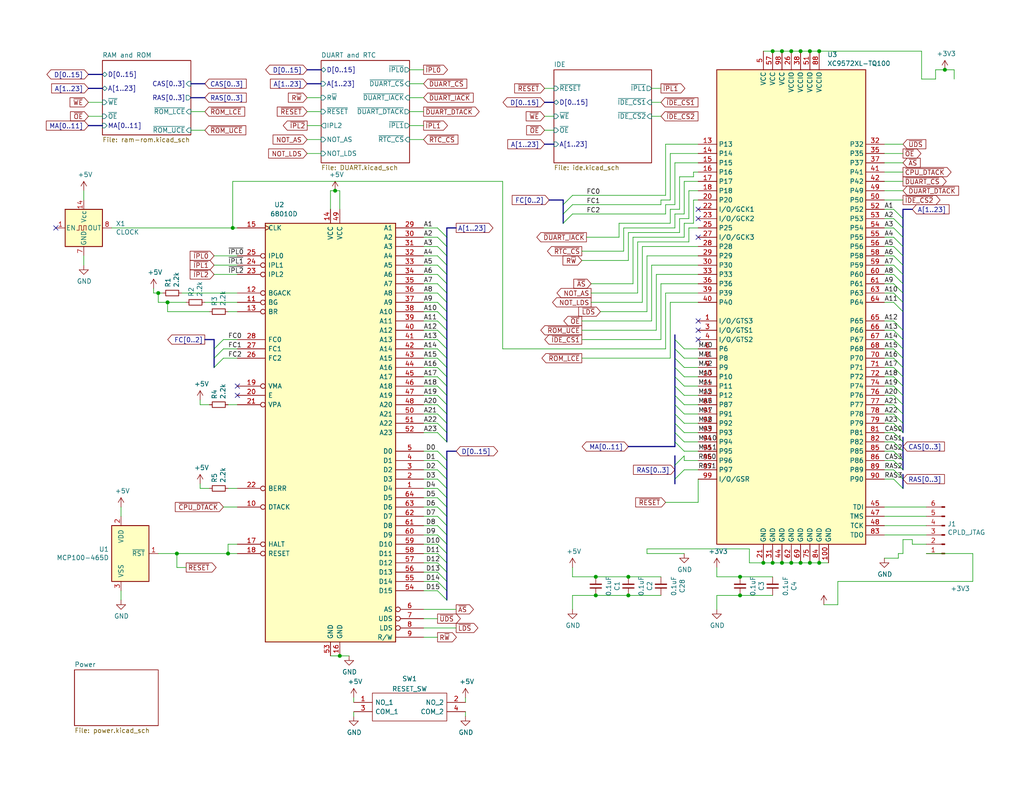
<source format=kicad_sch>
(kicad_sch (version 20231120) (generator "eeschema") (generator_version "8.0")
  (paper "USLetter")
  (title_block (title "The Raven68k Experience") (date "2023-10-31") (rev "Rev 2.0") (company "Jani Kuituniemi and Chris Cureau"))
  (junction (at 162.56 162.56))
  (junction (at 162.56 157.48))
  (junction (at 215.9 153.67))
  (junction (at 218.44 13.97))
  (junction (at 210.82 13.97))
  (junction (at 62.23 151.13))
  (junction (at 213.36 153.67))
  (junction (at 43.18 80.01))
  (junction (at 215.9 13.97))
  (junction (at 213.36 13.97))
  (junction (at 220.98 13.97))
  (junction (at 63.5 62.23))
  (junction (at 218.44 153.67))
  (junction (at 171.45 162.56))
  (junction (at 220.98 153.67))
  (junction (at 210.82 153.67))
  (junction (at 208.28 153.67))
  (junction (at 171.45 157.48))
  (junction (at 223.52 13.97))
  (junction (at 201.93 157.48))
  (junction (at 91.44 52.07))
  (junction (at 201.93 162.56))
  (junction (at 223.52 153.67))
  (junction (at 92.71 179.07))
  (junction (at 48.26 151.13))
  (junction (at 45.72 82.55))
  (junction (at 257.81 19.05))
  (no_connect (at 190.5 90.17))
  (no_connect (at 190.5 92.71))
  (no_connect (at 64.77 105.41))
  (no_connect (at 15.24 62.23))
  (no_connect (at 190.5 59.69))
  (no_connect (at 190.5 87.63))
  (no_connect (at 190.5 57.15))
  (no_connect (at 190.5 64.77))
  (no_connect (at 64.77 107.95))
  (bus_entry (at 246.38 64.77) (size -2.54 -2.54))
  (bus_entry (at 246.38 115.57) (size -2.54 -2.54))
  (bus_entry (at 119.38 105.41) (size 2.54 2.54))
  (bus_entry (at 246.38 85.09) (size -2.54 -2.54))
  (bus_entry (at 119.38 82.55) (size 2.54 2.54))
  (bus_entry (at 119.38 110.49) (size 2.54 2.54))
  (bus_entry (at 119.38 80.01) (size 2.54 2.54))
  (bus_entry (at 246.38 62.23) (size -2.54 -2.54))
  (bus_entry (at 246.38 67.31) (size -2.54 -2.54))
  (bus_entry (at 184.15 100.33) (size 2.54 2.54))
  (bus_entry (at 184.15 92.71) (size 2.54 2.54))
  (bus_entry (at 119.38 74.93) (size 2.54 2.54))
  (bus_entry (at 119.38 113.03) (size 2.54 2.54))
  (bus_entry (at 119.38 143.51) (size 2.54 2.54))
  (bus_entry (at 119.38 118.11) (size 2.54 2.54))
  (bus_entry (at 119.38 85.09) (size 2.54 2.54))
  (bus_entry (at 184.15 130.81) (size 2.54 -2.54))
  (bus_entry (at 119.38 148.59) (size 2.54 2.54))
  (bus_entry (at 119.38 153.67) (size 2.54 2.54))
  (bus_entry (at 119.38 92.71) (size 2.54 2.54))
  (bus_entry (at 119.38 97.79) (size 2.54 2.54))
  (bus_entry (at 119.38 130.81) (size 2.54 2.54))
  (bus_entry (at 246.38 82.55) (size -2.54 -2.54))
  (bus_entry (at 156.21 53.34) (size -2.54 2.54))
  (bus_entry (at 184.15 115.57) (size 2.54 2.54))
  (bus_entry (at 119.38 62.23) (size 2.54 2.54))
  (bus_entry (at 119.38 115.57) (size 2.54 2.54))
  (bus_entry (at 119.38 135.89) (size 2.54 2.54))
  (bus_entry (at 156.21 55.88) (size -2.54 2.54))
  (bus_entry (at 184.15 120.65) (size 2.54 2.54))
  (bus_entry (at 119.38 125.73) (size 2.54 2.54))
  (bus_entry (at 246.38 90.17) (size -2.54 -2.54))
  (bus_entry (at 246.38 113.03) (size -2.54 -2.54))
  (bus_entry (at 184.15 127) (size 2.54 -2.54))
  (bus_entry (at 119.38 90.17) (size 2.54 2.54))
  (bus_entry (at 246.38 130.81) (size -2.54 -2.54))
  (bus_entry (at 119.38 146.05) (size 2.54 2.54))
  (bus_entry (at 119.38 107.95) (size 2.54 2.54))
  (bus_entry (at 246.38 100.33) (size -2.54 -2.54))
  (bus_entry (at 246.38 59.69) (size -2.54 -2.54))
  (bus_entry (at 119.38 64.77) (size 2.54 2.54))
  (bus_entry (at 60.96 92.71) (size -2.54 2.54))
  (bus_entry (at 184.15 107.95) (size 2.54 2.54))
  (bus_entry (at 184.15 110.49) (size 2.54 2.54))
  (bus_entry (at 184.15 105.41) (size 2.54 2.54))
  (bus_entry (at 246.38 120.65) (size -2.54 -2.54))
  (bus_entry (at 60.96 97.79) (size -2.54 2.54))
  (bus_entry (at 246.38 80.01) (size -2.54 -2.54))
  (bus_entry (at 246.38 128.27) (size -2.54 -2.54))
  (bus_entry (at 246.38 123.19) (size -2.54 -2.54))
  (bus_entry (at 246.38 133.35) (size -2.54 -2.54))
  (bus_entry (at 119.38 72.39) (size 2.54 2.54))
  (bus_entry (at 184.15 95.25) (size 2.54 2.54))
  (bus_entry (at 246.38 97.79) (size -2.54 -2.54))
  (bus_entry (at 119.38 100.33) (size 2.54 2.54))
  (bus_entry (at 184.15 102.87) (size 2.54 2.54))
  (bus_entry (at 119.38 102.87) (size 2.54 2.54))
  (bus_entry (at 184.15 118.11) (size 2.54 2.54))
  (bus_entry (at 246.38 77.47) (size -2.54 -2.54))
  (bus_entry (at 246.38 69.85) (size -2.54 -2.54))
  (bus_entry (at 184.15 97.79) (size 2.54 2.54))
  (bus_entry (at 119.38 138.43) (size 2.54 2.54))
  (bus_entry (at 119.38 161.29) (size 2.54 2.54))
  (bus_entry (at 184.15 113.03) (size 2.54 2.54))
  (bus_entry (at 246.38 125.73) (size -2.54 -2.54))
  (bus_entry (at 119.38 156.21) (size 2.54 2.54))
  (bus_entry (at 119.38 95.25) (size 2.54 2.54))
  (bus_entry (at 246.38 95.25) (size -2.54 -2.54))
  (bus_entry (at 119.38 67.31) (size 2.54 2.54))
  (bus_entry (at 119.38 140.97) (size 2.54 2.54))
  (bus_entry (at 156.21 58.42) (size -2.54 2.54))
  (bus_entry (at 119.38 87.63) (size 2.54 2.54))
  (bus_entry (at 246.38 118.11) (size -2.54 -2.54))
  (bus_entry (at 119.38 77.47) (size 2.54 2.54))
  (bus_entry (at 246.38 92.71) (size -2.54 -2.54))
  (bus_entry (at 246.38 72.39) (size -2.54 -2.54))
  (bus_entry (at 246.38 105.41) (size -2.54 -2.54))
  (bus_entry (at 119.38 158.75) (size 2.54 2.54))
  (bus_entry (at 246.38 110.49) (size -2.54 -2.54))
  (bus_entry (at 119.38 151.13) (size 2.54 2.54))
  (bus_entry (at 246.38 102.87) (size -2.54 -2.54))
  (bus_entry (at 119.38 123.19) (size 2.54 2.54))
  (bus_entry (at 119.38 128.27) (size 2.54 2.54))
  (bus_entry (at 246.38 74.93) (size -2.54 -2.54))
  (bus_entry (at 60.96 95.25) (size -2.54 2.54))
  (bus_entry (at 246.38 107.95) (size -2.54 -2.54))
  (bus_entry (at 119.38 69.85) (size 2.54 2.54))
  (bus_entry (at 119.38 133.35) (size 2.54 2.54))
  (bus (pts (xy 121.92 130.81) (xy 121.92 133.35)))
  (wire (pts (xy 119.38 97.79) (xy 115.57 97.79)))
  (bus (pts (xy 24.13 20.32) (xy 27.94 20.32)))
  (bus (pts (xy 246.38 100.33) (xy 246.38 102.87)))
  (wire (pts (xy 189.23 48.26) (xy 189.23 46.99)))
  (wire (pts (xy 115.57 153.67) (xy 119.38 153.67)))
  (wire (pts (xy 92.71 179.07) (xy 95.25 179.07)))
  (bus (pts (xy 121.92 118.11) (xy 121.92 120.65)))
  (wire (pts (xy 185.42 63.5) (xy 185.42 59.69)))
  (bus (pts (xy 121.92 143.51) (xy 121.92 146.05)))
  (wire (pts (xy 43.18 80.01) (xy 41.91 80.01)))
  (bus (pts (xy 121.92 97.79) (xy 121.92 100.33)))
  (wire (pts (xy 241.3 59.69) (xy 243.84 59.69)))
  (bus (pts (xy 153.67 54.61) (xy 153.67 55.88)))
  (wire (pts (xy 161.29 80.01) (xy 173.99 80.01)))
  (wire (pts (xy 241.3 143.51) (xy 252.73 143.51)))
  (wire (pts (xy 172.72 64.77) (xy 186.69 64.77)))
  (wire (pts (xy 115.57 173.99) (xy 119.38 173.99)))
  (wire (pts (xy 241.3 100.33) (xy 243.84 100.33)))
  (wire (pts (xy 241.3 77.47) (xy 243.84 77.47)))
  (wire (pts (xy 208.28 13.97) (xy 210.82 13.97)))
  (bus (pts (xy 83.82 19.05) (xy 87.63 19.05)))
  (wire (pts (xy 218.44 153.67) (xy 220.98 153.67)))
  (wire (pts (xy 180.34 54.61) (xy 182.88 54.61)))
  (bus (pts (xy 246.38 102.87) (xy 246.38 105.41)))
  (wire (pts (xy 187.96 52.07) (xy 190.5 52.07)))
  (bus (pts (xy 184.15 113.03) (xy 184.15 115.57)))
  (wire (pts (xy 151.13 24.13) (xy 148.59 24.13)))
  (bus (pts (xy 121.92 138.43) (xy 121.92 140.97)))
  (wire (pts (xy 151.13 31.75) (xy 148.59 31.75)))
  (wire (pts (xy 119.38 87.63) (xy 115.57 87.63)))
  (bus (pts (xy 171.45 121.92) (xy 184.15 121.92)))
  (wire (pts (xy 177.8 72.39) (xy 190.5 72.39)))
  (wire (pts (xy 186.69 123.19) (xy 190.5 123.19)))
  (wire (pts (xy 137.16 95.25) (xy 137.16 49.53)))
  (wire (pts (xy 241.3 140.97) (xy 252.73 140.97)))
  (bus (pts (xy 121.92 100.33) (xy 121.92 102.87)))
  (wire (pts (xy 186.69 49.53) (xy 190.5 49.53)))
  (bus (pts (xy 148.59 27.94) (xy 151.13 27.94)))
  (wire (pts (xy 260.35 19.05) (xy 257.81 19.05)))
  (wire (pts (xy 41.91 80.01) (xy 41.91 78.74)))
  (wire (pts (xy 213.36 13.97) (xy 215.9 13.97)))
  (wire (pts (xy 115.57 133.35) (xy 119.38 133.35)))
  (wire (pts (xy 60.96 97.79) (xy 64.77 97.79)))
  (wire (pts (xy 241.3 80.01) (xy 243.84 80.01)))
  (wire (pts (xy 96.52 190.5) (xy 96.52 191.77)))
  (bus (pts (xy 121.92 95.25) (xy 121.92 97.79)))
  (wire (pts (xy 158.75 97.79) (xy 182.88 97.79)))
  (wire (pts (xy 119.38 80.01) (xy 115.57 80.01)))
  (wire (pts (xy 64.77 85.09) (xy 62.23 85.09)))
  (wire (pts (xy 241.3 44.45) (xy 246.38 44.45)))
  (wire (pts (xy 127 194.31) (xy 127 195.58)))
  (wire (pts (xy 115.57 171.45) (xy 124.46 171.45)))
  (wire (pts (xy 170.18 62.23) (xy 184.15 62.23)))
  (wire (pts (xy 63.5 49.53) (xy 63.5 62.23)))
  (wire (pts (xy 115.57 151.13) (xy 119.38 151.13)))
  (wire (pts (xy 177.8 24.13) (xy 180.34 24.13)))
  (wire (pts (xy 27.94 31.75) (xy 24.13 31.75)))
  (wire (pts (xy 241.3 110.49) (xy 243.84 110.49)))
  (bus (pts (xy 246.38 72.39) (xy 246.38 74.93)))
  (bus (pts (xy 184.15 120.65) (xy 184.15 121.92)))
  (wire (pts (xy 96.52 194.31) (xy 96.52 195.58)))
  (wire (pts (xy 241.3 92.71) (xy 243.84 92.71)))
  (wire (pts (xy 54.61 133.35) (xy 54.61 132.08)))
  (bus (pts (xy 121.92 62.23) (xy 124.46 62.23)))
  (wire (pts (xy 115.57 146.05) (xy 119.38 146.05)))
  (wire (pts (xy 151.13 35.56) (xy 148.59 35.56)))
  (wire (pts (xy 180.34 92.71) (xy 180.34 77.47)))
  (wire (pts (xy 184.15 58.42) (xy 186.69 58.42)))
  (wire (pts (xy 176.53 85.09) (xy 176.53 69.85)))
  (wire (pts (xy 241.3 39.37) (xy 246.38 39.37)))
  (wire (pts (xy 115.57 140.97) (xy 119.38 140.97)))
  (wire (pts (xy 195.58 157.48) (xy 201.93 157.48)))
  (bus (pts (xy 246.38 85.09) (xy 246.38 90.17)))
  (wire (pts (xy 213.36 153.67) (xy 215.9 153.67)))
  (wire (pts (xy 168.91 60.96) (xy 182.88 60.96)))
  (bus (pts (xy 246.38 64.77) (xy 246.38 67.31)))
  (bus (pts (xy 184.15 110.49) (xy 184.15 113.03)))
  (wire (pts (xy 190.5 137.16) (xy 181.61 137.16)))
  (wire (pts (xy 251.46 13.97) (xy 223.52 13.97)))
  (wire (pts (xy 210.82 162.56) (xy 201.93 162.56)))
  (wire (pts (xy 184.15 44.45) (xy 190.5 44.45)))
  (wire (pts (xy 241.3 146.05) (xy 252.73 146.05)))
  (wire (pts (xy 119.38 85.09) (xy 115.57 85.09)))
  (bus (pts (xy 246.38 113.03) (xy 246.38 115.57)))
  (bus (pts (xy 121.92 90.17) (xy 121.92 92.71)))
  (wire (pts (xy 241.3 123.19) (xy 243.84 123.19)))
  (wire (pts (xy 87.63 26.67) (xy 83.82 26.67)))
  (wire (pts (xy 119.38 102.87) (xy 115.57 102.87)))
  (wire (pts (xy 111.76 34.29) (xy 115.57 34.29)))
  (bus (pts (xy 121.92 62.23) (xy 121.92 64.77)))
  (wire (pts (xy 179.07 74.93) (xy 179.07 90.17)))
  (bus (pts (xy 83.82 22.86) (xy 87.63 22.86)))
  (wire (pts (xy 180.34 55.88) (xy 180.34 54.61)))
  (wire (pts (xy 265.43 151.13) (xy 265.43 158.75)))
  (wire (pts (xy 27.94 27.94) (xy 24.13 27.94)))
  (wire (pts (xy 220.98 13.97) (xy 223.52 13.97)))
  (wire (pts (xy 60.96 92.71) (xy 64.77 92.71)))
  (wire (pts (xy 182.88 97.79) (xy 182.88 82.55)))
  (wire (pts (xy 186.69 64.77) (xy 186.69 60.96)))
  (wire (pts (xy 45.72 82.55) (xy 43.18 82.55)))
  (wire (pts (xy 115.57 38.1) (xy 111.76 38.1)))
  (wire (pts (xy 171.45 157.48) (xy 180.34 157.48)))
  (wire (pts (xy 45.72 85.09) (xy 45.72 82.55)))
  (wire (pts (xy 119.38 110.49) (xy 115.57 110.49)))
  (bus (pts (xy 246.38 129.54) (xy 246.38 130.81)))
  (wire (pts (xy 64.77 80.01) (xy 49.53 80.01)))
  (wire (pts (xy 248.92 147.32) (xy 248.92 148.59)))
  (wire (pts (xy 119.38 107.95) (xy 115.57 107.95)))
  (wire (pts (xy 83.82 34.29) (xy 87.63 34.29)))
  (wire (pts (xy 64.77 148.59) (xy 62.23 148.59)))
  (wire (pts (xy 228.6 165.1) (xy 224.79 165.1)))
  (bus (pts (xy 246.38 90.17) (xy 246.38 92.71)))
  (wire (pts (xy 241.3 41.91) (xy 246.38 41.91)))
  (wire (pts (xy 187.96 59.69) (xy 187.96 52.07)))
  (wire (pts (xy 119.38 90.17) (xy 115.57 90.17)))
  (wire (pts (xy 246.38 151.13) (xy 246.38 147.32)))
  (wire (pts (xy 119.38 95.25) (xy 115.57 95.25)))
  (wire (pts (xy 115.57 62.23) (xy 119.38 62.23)))
  (wire (pts (xy 186.69 60.96) (xy 189.23 60.96)))
  (wire (pts (xy 48.26 154.94) (xy 48.26 151.13)))
  (bus (pts (xy 184.15 124.46) (xy 184.15 127)))
  (wire (pts (xy 186.69 120.65) (xy 190.5 120.65)))
  (wire (pts (xy 248.92 148.59) (xy 252.73 148.59)))
  (wire (pts (xy 115.57 118.11) (xy 119.38 118.11)))
  (wire (pts (xy 182.88 82.55) (xy 190.5 82.55)))
  (bus (pts (xy 184.15 100.33) (xy 184.15 102.87)))
  (wire (pts (xy 115.57 168.91) (xy 119.38 168.91)))
  (wire (pts (xy 156.21 162.56) (xy 156.21 166.37)))
  (wire (pts (xy 127 190.5) (xy 127 191.77)))
  (wire (pts (xy 181.61 95.25) (xy 137.16 95.25)))
  (wire (pts (xy 119.38 72.39) (xy 115.57 72.39)))
  (wire (pts (xy 158.75 92.71) (xy 180.34 92.71)))
  (wire (pts (xy 30.48 62.23) (xy 63.5 62.23)))
  (wire (pts (xy 158.75 71.12) (xy 171.45 71.12)))
  (wire (pts (xy 185.42 48.26) (xy 189.23 48.26)))
  (bus (pts (xy 121.92 151.13) (xy 121.92 153.67)))
  (wire (pts (xy 158.75 68.58) (xy 170.18 68.58)))
  (wire (pts (xy 92.71 52.07) (xy 91.44 52.07)))
  (wire (pts (xy 115.57 125.73) (xy 119.38 125.73)))
  (bus (pts (xy 121.92 69.85) (xy 121.92 72.39)))
  (wire (pts (xy 241.3 57.15) (xy 243.84 57.15)))
  (bus (pts (xy 121.92 146.05) (xy 121.92 148.59)))
  (wire (pts (xy 189.23 54.61) (xy 190.5 54.61)))
  (wire (pts (xy 156.21 157.48) (xy 162.56 157.48)))
  (bus (pts (xy 121.92 74.93) (xy 121.92 77.47)))
  (wire (pts (xy 111.76 26.67) (xy 115.57 26.67)))
  (bus (pts (xy 246.38 107.95) (xy 246.38 110.49)))
  (wire (pts (xy 190.5 74.93) (xy 179.07 74.93)))
  (bus (pts (xy 184.15 97.79) (xy 184.15 100.33)))
  (wire (pts (xy 92.71 52.07) (xy 92.71 57.15)))
  (wire (pts (xy 220.98 153.67) (xy 223.52 153.67)))
  (bus (pts (xy 121.92 87.63) (xy 121.92 90.17)))
  (wire (pts (xy 156.21 58.42) (xy 181.61 58.42)))
  (wire (pts (xy 176.53 151.13) (xy 176.53 149.86)))
  (bus (pts (xy 184.15 102.87) (xy 184.15 105.41)))
  (wire (pts (xy 241.3 120.65) (xy 243.84 120.65)))
  (wire (pts (xy 62.23 110.49) (xy 64.77 110.49)))
  (wire (pts (xy 189.23 46.99) (xy 190.5 46.99)))
  (bus (pts (xy 121.92 140.97) (xy 121.92 143.51)))
  (bus (pts (xy 58.42 92.71) (xy 55.88 92.71)))
  (wire (pts (xy 185.42 59.69) (xy 187.96 59.69)))
  (bus (pts (xy 184.15 115.57) (xy 184.15 118.11)))
  (wire (pts (xy 54.61 110.49) (xy 54.61 109.22)))
  (bus (pts (xy 246.38 82.55) (xy 246.38 85.09)))
  (wire (pts (xy 186.69 58.42) (xy 186.69 49.53)))
  (wire (pts (xy 204.47 153.67) (xy 208.28 153.67)))
  (wire (pts (xy 43.18 151.13) (xy 48.26 151.13)))
  (bus (pts (xy 246.38 123.19) (xy 246.38 125.73)))
  (wire (pts (xy 171.45 162.56) (xy 162.56 162.56)))
  (wire (pts (xy 241.3 138.43) (xy 252.73 138.43)))
  (wire (pts (xy 33.02 161.29) (xy 33.02 163.83)))
  (bus (pts (xy 246.38 62.23) (xy 246.38 64.77)))
  (bus (pts (xy 246.38 80.01) (xy 246.38 82.55)))
  (wire (pts (xy 181.61 39.37) (xy 190.5 39.37)))
  (bus (pts (xy 246.38 92.71) (xy 246.38 95.25)))
  (wire (pts (xy 201.93 162.56) (xy 195.58 162.56)))
  (wire (pts (xy 158.75 87.63) (xy 177.8 87.63)))
  (wire (pts (xy 241.3 102.87) (xy 243.84 102.87)))
  (wire (pts (xy 190.5 80.01) (xy 181.61 80.01)))
  (wire (pts (xy 181.61 53.34) (xy 181.61 39.37)))
  (wire (pts (xy 186.69 118.11) (xy 190.5 118.11)))
  (wire (pts (xy 62.23 148.59) (xy 62.23 151.13)))
  (wire (pts (xy 177.8 31.75) (xy 180.34 31.75)))
  (wire (pts (xy 215.9 153.67) (xy 218.44 153.67)))
  (bus (pts (xy 246.38 57.15) (xy 246.38 59.69)))
  (wire (pts (xy 186.69 110.49) (xy 190.5 110.49)))
  (wire (pts (xy 260.35 21.59) (xy 260.35 19.05)))
  (wire (pts (xy 181.61 80.01) (xy 181.61 95.25)))
  (wire (pts (xy 115.57 130.81) (xy 119.38 130.81)))
  (bus (pts (xy 121.92 82.55) (xy 121.92 85.09)))
  (wire (pts (xy 156.21 154.94) (xy 156.21 157.48)))
  (bus (pts (xy 121.92 123.19) (xy 121.92 125.73)))
  (bus (pts (xy 121.92 64.77) (xy 121.92 67.31)))
  (wire (pts (xy 177.8 87.63) (xy 177.8 72.39)))
  (wire (pts (xy 87.63 41.91) (xy 83.82 41.91)))
  (wire (pts (xy 60.96 95.25) (xy 64.77 95.25)))
  (wire (pts (xy 137.16 49.53) (xy 63.5 49.53)))
  (wire (pts (xy 64.77 138.43) (xy 60.96 138.43)))
  (wire (pts (xy 162.56 157.48) (xy 171.45 157.48)))
  (wire (pts (xy 115.57 113.03) (xy 119.38 113.03)))
  (bus (pts (xy 184.15 105.41) (xy 184.15 107.95)))
  (wire (pts (xy 255.27 19.05) (xy 255.27 21.59)))
  (wire (pts (xy 241.3 69.85) (xy 243.84 69.85)))
  (wire (pts (xy 223.52 153.67) (xy 226.06 153.67)))
  (wire (pts (xy 241.3 74.93) (xy 243.84 74.93)))
  (wire (pts (xy 186.69 97.79) (xy 190.5 97.79)))
  (wire (pts (xy 189.23 60.96) (xy 189.23 54.61)))
  (wire (pts (xy 161.29 82.55) (xy 175.26 82.55)))
  (bus (pts (xy 121.92 153.67) (xy 121.92 156.21)))
  (wire (pts (xy 186.69 102.87) (xy 190.5 102.87)))
  (wire (pts (xy 241.3 113.03) (xy 243.84 113.03)))
  (bus (pts (xy 58.42 95.25) (xy 58.42 97.79)))
  (bus (pts (xy 184.15 92.71) (xy 184.15 95.25)))
  (bus (pts (xy 121.92 110.49) (xy 121.92 113.03)))
  (wire (pts (xy 115.57 115.57) (xy 119.38 115.57)))
  (wire (pts (xy 90.17 52.07) (xy 90.17 57.15)))
  (wire (pts (xy 52.07 35.56) (xy 55.88 35.56)))
  (bus (pts (xy 121.92 125.73) (xy 121.92 128.27)))
  (wire (pts (xy 182.88 54.61) (xy 182.88 41.91)))
  (wire (pts (xy 195.58 154.94) (xy 195.58 157.48)))
  (bus (pts (xy 246.38 120.65) (xy 246.38 123.19)))
  (wire (pts (xy 180.34 77.47) (xy 190.5 77.47)))
  (wire (pts (xy 115.57 64.77) (xy 119.38 64.77)))
  (wire (pts (xy 241.3 95.25) (xy 243.84 95.25)))
  (wire (pts (xy 115.57 166.37) (xy 124.46 166.37)))
  (wire (pts (xy 90.17 52.07) (xy 91.44 52.07)))
  (wire (pts (xy 255.27 21.59) (xy 251.46 21.59)))
  (wire (pts (xy 170.18 68.58) (xy 170.18 62.23)))
  (wire (pts (xy 182.88 57.15) (xy 185.42 57.15)))
  (wire (pts (xy 241.3 72.39) (xy 243.84 72.39)))
  (wire (pts (xy 186.69 95.25) (xy 190.5 95.25)))
  (bus (pts (xy 121.92 158.75) (xy 121.92 161.29)))
  (wire (pts (xy 218.44 13.97) (xy 220.98 13.97)))
  (bus (pts (xy 52.07 26.67) (xy 55.88 26.67)))
  (wire (pts (xy 241.3 125.73) (xy 243.84 125.73)))
  (wire (pts (xy 195.58 162.56) (xy 195.58 166.37)))
  (bus (pts (xy 246.38 97.79) (xy 246.38 100.33)))
  (bus (pts (xy 121.92 128.27) (xy 121.92 130.81)))
  (wire (pts (xy 210.82 13.97) (xy 213.36 13.97)))
  (wire (pts (xy 119.38 100.33) (xy 115.57 100.33)))
  (wire (pts (xy 179.07 90.17) (xy 158.75 90.17)))
  (wire (pts (xy 241.3 54.61) (xy 246.38 54.61)))
  (wire (pts (xy 241.3 107.95) (xy 243.84 107.95)))
  (wire (pts (xy 241.3 52.07) (xy 246.38 52.07)))
  (wire (pts (xy 171.45 162.56) (xy 180.34 162.56)))
  (wire (pts (xy 187.96 62.23) (xy 190.5 62.23)))
  (bus (pts (xy 246.38 125.73) (xy 246.38 128.27)))
  (wire (pts (xy 64.77 82.55) (xy 55.88 82.55)))
  (wire (pts (xy 50.8 154.94) (xy 48.26 154.94)))
  (wire (pts (xy 156.21 55.88) (xy 180.34 55.88)))
  (bus (pts (xy 184.15 127) (xy 184.15 130.81)))
  (wire (pts (xy 173.99 80.01) (xy 173.99 66.04)))
  (wire (pts (xy 186.69 113.03) (xy 190.5 113.03)))
  (wire (pts (xy 241.3 62.23) (xy 243.84 62.23)))
  (wire (pts (xy 186.69 105.41) (xy 190.5 105.41)))
  (wire (pts (xy 119.38 92.71) (xy 115.57 92.71)))
  (wire (pts (xy 241.3 118.11) (xy 243.84 118.11)))
  (wire (pts (xy 241.3 82.55) (xy 243.84 82.55)))
  (wire (pts (xy 241.3 97.79) (xy 243.84 97.79)))
  (bus (pts (xy 121.92 123.19) (xy 124.46 123.19)))
  (bus (pts (xy 246.38 77.47) (xy 246.38 80.01)))
  (wire (pts (xy 241.3 46.99) (xy 246.38 46.99)))
  (bus (pts (xy 246.38 69.85) (xy 246.38 72.39)))
  (wire (pts (xy 186.69 128.27) (xy 190.5 128.27)))
  (wire (pts (xy 182.88 60.96) (xy 182.88 57.15)))
  (wire (pts (xy 57.15 133.35) (xy 54.61 133.35)))
  (wire (pts (xy 57.15 85.09) (xy 45.72 85.09)))
  (wire (pts (xy 181.61 55.88) (xy 184.15 55.88)))
  (wire (pts (xy 163.83 85.09) (xy 176.53 85.09)))
  (bus (pts (xy 121.92 113.03) (xy 121.92 115.57)))
  (bus (pts (xy 246.38 95.25) (xy 246.38 97.79)))
  (bus (pts (xy 121.92 115.57) (xy 121.92 118.11)))
  (wire (pts (xy 115.57 138.43) (xy 119.38 138.43)))
  (wire (pts (xy 115.57 148.59) (xy 119.38 148.59)))
  (wire (pts (xy 119.38 74.93) (xy 115.57 74.93)))
  (bus (pts (xy 246.38 67.31) (xy 246.38 69.85)))
  (wire (pts (xy 50.8 82.55) (xy 45.72 82.55)))
  (wire (pts (xy 111.76 22.86) (xy 115.57 22.86)))
  (wire (pts (xy 33.02 138.43) (xy 33.02 140.97)))
  (wire (pts (xy 245.11 151.13) (xy 245.11 152.4)))
  (wire (pts (xy 87.63 30.48) (xy 83.82 30.48)))
  (wire (pts (xy 241.3 130.81) (xy 243.84 130.81)))
  (bus (pts (xy 24.13 34.29) (xy 27.94 34.29)))
  (wire (pts (xy 119.38 105.41) (xy 115.57 105.41)))
  (wire (pts (xy 168.91 60.96) (xy 168.91 64.77)))
  (bus (pts (xy 184.15 118.11) (xy 184.15 120.65)))
  (bus (pts (xy 121.92 133.35) (xy 121.92 135.89)))
  (wire (pts (xy 241.3 90.17) (xy 243.84 90.17)))
  (wire (pts (xy 251.46 21.59) (xy 251.46 13.97)))
  (wire (pts (xy 57.15 110.49) (xy 54.61 110.49)))
  (wire (pts (xy 22.86 52.07) (xy 22.86 54.61)))
  (wire (pts (xy 184.15 62.23) (xy 184.15 58.42)))
  (bus (pts (xy 153.67 58.42) (xy 153.67 60.96)))
  (wire (pts (xy 161.29 77.47) (xy 172.72 77.47)))
  (bus (pts (xy 246.38 74.93) (xy 246.38 77.47)))
  (wire (pts (xy 257.81 19.05) (xy 255.27 19.05)))
  (bus (pts (xy 121.92 72.39) (xy 121.92 74.93)))
  (wire (pts (xy 228.6 158.75) (xy 228.6 165.1)))
  (wire (pts (xy 185.42 57.15) (xy 185.42 48.26)))
  (wire (pts (xy 168.91 64.77) (xy 160.02 64.77)))
  (wire (pts (xy 162.56 162.56) (xy 156.21 162.56)))
  (wire (pts (xy 63.5 62.23) (xy 64.77 62.23)))
  (wire (pts (xy 176.53 149.86) (xy 204.47 149.86)))
  (wire (pts (xy 115.57 135.89) (xy 119.38 135.89)))
  (wire (pts (xy 172.72 77.47) (xy 172.72 64.77)))
  (wire (pts (xy 190.5 130.81) (xy 190.5 137.16)))
  (wire (pts (xy 241.3 128.27) (xy 243.84 128.27)))
  (bus (pts (xy 52.07 22.86) (xy 55.88 22.86)))
  (wire (pts (xy 204.47 149.86) (xy 204.47 153.67)))
  (bus (pts (xy 246.38 105.41) (xy 246.38 107.95)))
  (bus (pts (xy 246.38 130.81) (xy 246.38 133.35)))
  (bus (pts (xy 58.42 97.79) (xy 58.42 100.33)))
  (wire (pts (xy 182.88 41.91) (xy 190.5 41.91)))
  (wire (pts (xy 171.45 63.5) (xy 185.42 63.5)))
  (bus (pts (xy 121.92 77.47) (xy 121.92 80.01)))
  (bus (pts (xy 184.15 91.44) (xy 184.15 92.71)))
  (wire (pts (xy 246.38 147.32) (xy 248.92 147.32)))
  (bus (pts (xy 121.92 80.01) (xy 121.92 82.55)))
  (wire (pts (xy 119.38 161.29) (xy 115.57 161.29)))
  (wire (pts (xy 246.38 151.13) (xy 245.11 151.13)))
  (bus (pts (xy 184.15 95.25) (xy 184.15 97.79)))
  (bus (pts (xy 121.92 161.29) (xy 121.92 163.83)))
  (wire (pts (xy 115.57 158.75) (xy 119.38 158.75)))
  (wire (pts (xy 252.73 151.13) (xy 265.43 151.13)))
  (wire (pts (xy 186.69 124.46) (xy 186.69 125.73)))
  (bus (pts (xy 121.92 102.87) (xy 121.92 105.41)))
  (wire (pts (xy 184.15 55.88) (xy 184.15 44.45)))
  (wire (pts (xy 187.96 66.04) (xy 187.96 62.23)))
  (wire (pts (xy 115.57 67.31) (xy 119.38 67.31)))
  (wire (pts (xy 215.9 13.97) (xy 218.44 13.97)))
  (wire (pts (xy 241.3 115.57) (xy 243.84 115.57)))
  (wire (pts (xy 186.69 100.33) (xy 190.5 100.33)))
  (wire (pts (xy 22.86 69.85) (xy 22.86 72.39)))
  (wire (pts (xy 115.57 128.27) (xy 119.38 128.27)))
  (wire (pts (xy 115.57 156.21) (xy 119.38 156.21)))
  (wire (pts (xy 181.61 58.42) (xy 181.61 55.88)))
  (wire (pts (xy 58.42 72.39) (xy 64.77 72.39)))
  (wire (pts (xy 241.3 87.63) (xy 243.84 87.63)))
  (bus (pts (xy 153.67 55.88) (xy 153.67 58.42)))
  (bus (pts (xy 246.38 59.69) (xy 246.38 62.23)))
  (wire (pts (xy 43.18 82.55) (xy 43.18 80.01)))
  (wire (pts (xy 52.07 30.48) (xy 55.88 30.48)))
  (wire (pts (xy 208.28 153.67) (xy 210.82 153.67)))
  (wire (pts (xy 119.38 77.47) (xy 115.57 77.47)))
  (wire (pts (xy 201.93 157.48) (xy 210.82 157.48)))
  (wire (pts (xy 241.3 67.31) (xy 243.84 67.31)))
  (wire (pts (xy 245.11 152.4) (xy 241.3 152.4)))
  (wire (pts (xy 241.3 105.41) (xy 243.84 105.41)))
  (wire (pts (xy 176.53 151.13) (xy 186.69 151.13)))
  (bus (pts (xy 184.15 130.81) (xy 184.15 132.08)))
  (wire (pts (xy 175.26 67.31) (xy 190.5 67.31)))
  (wire (pts (xy 171.45 71.12) (xy 171.45 63.5)))
  (bus (pts (xy 121.92 105.41) (xy 121.92 107.95)))
  (bus (pts (xy 184.15 110.49) (xy 184.15 107.95)))
  (wire (pts (xy 186.69 125.73) (xy 190.5 125.73)))
  (wire (pts (xy 111.76 30.48) (xy 115.57 30.48)))
  (wire (pts (xy 265.43 158.75) (xy 228.6 158.75)))
  (wire (pts (xy 186.69 107.95) (xy 190.5 107.95)))
  (bus (pts (xy 121.92 85.09) (xy 121.92 87.63)))
  (wire (pts (xy 87.63 38.1) (xy 83.82 38.1)))
  (wire (pts (xy 48.26 151.13) (xy 62.23 151.13)))
  (wire (pts (xy 241.3 49.53) (xy 246.38 49.53)))
  (bus (pts (xy 246.38 119.38) (xy 246.38 120.65)))
  (wire (pts (xy 176.53 69.85) (xy 190.5 69.85)))
  (bus (pts (xy 148.59 39.37) (xy 151.13 39.37)))
  (wire (pts (xy 241.3 64.77) (xy 243.84 64.77)))
  (wire (pts (xy 175.26 82.55) (xy 175.26 67.31)))
  (wire (pts (xy 90.17 179.07) (xy 92.71 179.07)))
  (bus (pts (xy 153.67 54.61) (xy 149.86 54.61)))
  (bus (pts (xy 58.42 92.71) (xy 58.42 95.25)))
  (bus (pts (xy 24.13 24.13) (xy 27.94 24.13)))
  (bus (pts (xy 246.38 57.15) (xy 248.92 57.15)))
  (wire (pts (xy 58.42 74.93) (xy 64.77 74.93)))
  (wire (pts (xy 173.99 66.04) (xy 187.96 66.04)))
  (bus (pts (xy 121.92 148.59) (xy 121.92 151.13)))
  (bus (pts (xy 246.38 115.57) (xy 246.38 118.11)))
  (wire (pts (xy 62.23 151.13) (xy 64.77 151.13)))
  (wire (pts (xy 156.21 53.34) (xy 181.61 53.34)))
  (wire (pts (xy 62.23 133.35) (xy 64.77 133.35)))
  (bus (pts (xy 121.92 67.31) (xy 121.92 69.85)))
  (bus (pts (xy 246.38 110.49) (xy 246.38 113.03)))
  (wire (pts (xy 58.42 69.85) (xy 64.77 69.85)))
  (wire (pts (xy 115.57 143.51) (xy 119.38 143.51)))
  (wire (pts (xy 115.57 69.85) (xy 119.38 69.85)))
  (wire (pts (xy 115.57 123.19) (xy 119.38 123.19)))
  (wire (pts (xy 210.82 153.67) (xy 213.36 153.67)))
  (bus (pts (xy 121.92 156.21) (xy 121.92 158.75)))
  (wire (pts (xy 186.69 115.57) (xy 190.5 115.57)))
  (wire (pts (xy 111.76 19.05) (xy 115.57 19.05)))
  (bus (pts (xy 121.92 135.89) (xy 121.92 138.43)))
  (wire (pts (xy 119.38 82.55) (xy 115.57 82.55)))
  (bus (pts (xy 121.92 107.95) (xy 121.92 110.49)))
  (bus (pts (xy 121.92 92.71) (xy 121.92 95.25)))
  (wire (pts (xy 177.8 27.94) (xy 180.34 27.94)))
  (wire (pts (xy 44.45 80.01) (xy 43.18 80.01)))
  (label "A20" (at 241.3 107.95 0))
  (label "A5" (at 115.57 72.39 0))
  (label "A13" (at 241.3 90.17 0))
  (label "A10" (at 241.3 80.01 0))
  (label "A8" (at 241.3 74.93 0))
  (label "A22" (at 115.57 115.57 0))
  (label "D8" (at 116.205 143.51 0))
  (label "D12" (at 116.205 153.67 0))
  (label "A21" (at 115.57 113.03 0))
  (label "A10" (at 115.57 85.09 0))
  (label "MA2" (at 190.5 100.33 0))
  (label "A11" (at 115.57 87.63 0))
  (label "D15" (at 116.205 161.29 0))
  (label "A21" (at 241.3 110.49 0))
  (label "MA3" (at 190.5 102.87 0))
  (label "A17" (at 115.57 102.87 0))
  (label "CAS0" (at 241.3 118.11 0))
  (label "MA10" (at 190.5 120.65 0))
  (label "A17" (at 241.3 100.33 0))
  (label "~{IPL1}" (at 62.23 72.39 0))
  (label "~{IPL0}" (at 62.23 69.85 0))
  (label "FC2" (at 160.02 58.42 0))
  (label "A6" (at 241.3 69.85 0))
  (label "A13" (at 115.57 92.71 0))
  (label "MA5" (at 190.5 107.95 0))
  (label "A2" (at 115.57 64.77 0))
  (label "A9" (at 241.3 77.47 0))
  (label "D6" (at 116.205 138.43 0))
  (label "A3" (at 241.3 62.23 0))
  (label "A2" (at 241.3 59.69 0))
  (label "A1" (at 115.57 62.23 0))
  (label "MA9" (at 190.5 118.11 0))
  (label "FC2" (at 62.23 97.79 0))
  (label "FC1" (at 62.23 95.25 0))
  (label "D5" (at 116.205 135.89 0))
  (label "MA7" (at 190.5 113.03 0))
  (label "A5" (at 241.3 67.31 0))
  (label "RAS3" (at 241.3 130.81 0))
  (label "A14" (at 241.3 92.71 0))
  (label "A6" (at 115.57 74.93 0))
  (label "A1" (at 241.3 57.15 0))
  (label "A4" (at 115.57 69.85 0))
  (label "D7" (at 116.205 140.97 0))
  (label "D4" (at 116.205 133.35 0))
  (label "A19" (at 241.3 105.41 0))
  (label "A8" (at 115.57 80.01 0))
  (label "A16" (at 115.57 100.33 0))
  (label "D1" (at 116.205 125.73 0))
  (label "FC1" (at 160.02 55.88 0))
  (label "D2" (at 116.205 128.27 0))
  (label "MA0" (at 190.5 95.25 0))
  (label "D14" (at 116.205 158.75 0))
  (label "RAS2" (at 241.3 128.27 0))
  (label "~{IPL2}" (at 62.23 74.93 0))
  (label "A11" (at 241.3 82.55 0))
  (label "D3" (at 116.205 130.81 0))
  (label "RAS0" (at 190.5 125.73 0))
  (label "A12" (at 115.57 90.17 0))
  (label "D11" (at 116.205 151.13 0))
  (label "D9" (at 116.205 146.05 0))
  (label "CAS1" (at 241.3 120.65 0))
  (label "D10" (at 116.205 148.59 0))
  (label "A23" (at 241.3 115.57 0))
  (label "A7" (at 241.3 72.39 0))
  (label "A14" (at 115.57 95.25 0))
  (label "MA11" (at 190.5 123.19 0))
  (label "MA4" (at 190.5 105.41 0))
  (label "D0" (at 116.205 123.19 0))
  (label "FC0" (at 62.23 92.71 0))
  (label "A16" (at 241.3 97.79 0))
  (label "A3" (at 115.57 67.31 0))
  (label "A7" (at 115.57 77.47 0))
  (label "MA1" (at 190.5 97.79 0))
  (label "CAS3" (at 241.3 125.73 0))
  (label "A22" (at 241.3 113.03 0))
  (label "FC0" (at 160.02 53.34 0))
  (label "A19" (at 115.57 107.95 0))
  (label "RAS1" (at 190.5 128.27 0))
  (label "A15" (at 115.57 97.79 0))
  (label "A12" (at 241.3 87.63 0))
  (label "A18" (at 241.3 102.87 0))
  (label "A18" (at 115.57 105.41 0))
  (label "A23" (at 115.57 118.11 0))
  (label "D13" (at 116.205 156.21 0))
  (label "CAS2" (at 241.3 123.19 0))
  (label "A4" (at 241.3 64.77 0))
  (label "MA6" (at 190.5 110.49 0))
  (label "MA8" (at 190.5 115.57 0))
  (label "A20" (at 115.57 110.49 0))
  (label "A9" (at 115.57 82.55 0))
  (label "A15" (at 241.3 95.25 0))
  (global_label "RAS[0..3]" (shape input) (at 55.88 26.67 0) (property "Intersheetrefs" "${INTERSHEET_REFS}" (effects (hide yes))))
  (global_label "R~{W}" (shape input) (at 158.75 71.12 180) (property "Intersheetrefs" "${INTERSHEET_REFS}" (effects (hide yes))))
  (global_label "~{IPL0}" (shape output) (at 115.57 19.05 0) (property "Intersheetrefs" "${INTERSHEET_REFS}" (effects (hide yes))))
  (global_label "MA[0..11]" (shape input) (at 24.13 34.29 180) (property "Intersheetrefs" "${INTERSHEET_REFS}" (effects (hide yes))))
  (global_label "~{RESET}" (shape output) (at 50.8 154.94 0) (property "Intersheetrefs" "${INTERSHEET_REFS}" (effects (hide yes))))
  (global_label "~{IDE_CS1}" (shape input) (at 180.34 27.94 0) (property "Intersheetrefs" "${INTERSHEET_REFS}" (effects (hide yes))))
  (global_label "NOT_LDS" (shape output) (at 161.29 82.55 180) (property "Intersheetrefs" "${INTERSHEET_REFS}" (effects (hide yes))))
  (global_label "~{UDS}" (shape input) (at 246.38 39.37 0) (property "Intersheetrefs" "${INTERSHEET_REFS}" (effects (hide yes))))
  (global_label "~{RESET}" (shape input) (at 181.61 137.16 180) (property "Intersheetrefs" "${INTERSHEET_REFS}" (effects (hide yes))))
  (global_label "~{DUART_IACK}" (shape input) (at 115.57 26.67 0) (property "Intersheetrefs" "${INTERSHEET_REFS}" (effects (hide yes))))
  (global_label "~{IPL2}" (shape output) (at 83.82 34.29 180) (property "Intersheetrefs" "${INTERSHEET_REFS}" (effects (hide yes))))
  (global_label "~{DUART_DTACK}" (shape output) (at 115.57 30.48 0) (property "Intersheetrefs" "${INTERSHEET_REFS}" (effects (hide yes))))
  (global_label "~{DUART_IACK}" (shape output) (at 160.02 64.77 180) (property "Intersheetrefs" "${INTERSHEET_REFS}" (effects (hide yes))))
  (global_label "~{LDS}" (shape output) (at 124.46 171.45 0) (property "Intersheetrefs" "${INTERSHEET_REFS}" (effects (hide yes))))
  (global_label "~{OE}" (shape output) (at 246.38 41.91 0) (property "Intersheetrefs" "${INTERSHEET_REFS}" (effects (hide yes))))
  (global_label "~{WE}" (shape input) (at 148.59 31.75 180) (property "Intersheetrefs" "${INTERSHEET_REFS}" (effects (hide yes))))
  (global_label "~{OE}" (shape output) (at 158.75 87.63 180) (property "Intersheetrefs" "${INTERSHEET_REFS}" (effects (hide yes))))
  (global_label "CAS[0..3]" (shape input) (at 55.88 22.86 0) (property "Intersheetrefs" "${INTERSHEET_REFS}" (effects (hide yes))))
  (global_label "~{AS}" (shape input) (at 161.29 77.47 180) (property "Intersheetrefs" "${INTERSHEET_REFS}" (effects (hide yes))))
  (global_label "~{DUART_DTACK}" (shape input) (at 246.38 52.07 0) (property "Intersheetrefs" "${INTERSHEET_REFS}" (effects (hide yes))))
  (global_label "~{IPL1}" (shape input) (at 58.42 72.39 180) (property "Intersheetrefs" "${INTERSHEET_REFS}" (effects (hide yes))))
  (global_label "~{RTC_CS}" (shape input) (at 115.57 38.1 0) (property "Intersheetrefs" "${INTERSHEET_REFS}" (effects (hide yes))))
  (global_label "R~{W}" (shape input) (at 83.82 26.67 180) (property "Intersheetrefs" "${INTERSHEET_REFS}" (effects (hide yes))))
  (global_label "~{AS}" (shape output) (at 124.46 166.37 0) (property "Intersheetrefs" "${INTERSHEET_REFS}" (effects (hide yes))))
  (global_label "~{LDS}" (shape input) (at 163.83 85.09 180) (property "Intersheetrefs" "${INTERSHEET_REFS}" (effects (hide yes))))
  (global_label "D[0..15]" (shape bidirectional) (at 83.82 19.05 180) (property "Intersheetrefs" "${INTERSHEET_REFS}" (effects (hide yes))))
  (global_label "~{ROM_UCE}" (shape input) (at 55.88 35.56 0) (property "Intersheetrefs" "${INTERSHEET_REFS}" (effects (hide yes))))
  (global_label "~{ROM_UCE}" (shape output) (at 158.75 90.17 180) (property "Intersheetrefs" "${INTERSHEET_REFS}" (effects (hide yes))))
  (global_label "A[1..23]" (shape input) (at 248.92 57.15 0) (property "Intersheetrefs" "${INTERSHEET_REFS}" (effects (hide yes))))
  (global_label "~{IPL1}" (shape output) (at 115.57 34.29 0) (property "Intersheetrefs" "${INTERSHEET_REFS}" (effects (hide yes))))
  (global_label "~{UDS}" (shape output) (at 119.38 168.91 0) (property "Intersheetrefs" "${INTERSHEET_REFS}" (effects (hide yes))))
  (global_label "~{AS}" (shape input) (at 246.38 44.45 0) (property "Intersheetrefs" "${INTERSHEET_REFS}" (effects (hide yes))))
  (global_label "~{ROM_LCE}" (shape output) (at 158.75 97.79 180) (property "Intersheetrefs" "${INTERSHEET_REFS}" (effects (hide yes))))
  (global_label "FC[0..2]" (shape input) (at 149.86 54.61 180) (property "Intersheetrefs" "${INTERSHEET_REFS}" (effects (hide yes))))
  (global_label "~{RESET}" (shape input) (at 83.82 30.48 180) (property "Intersheetrefs" "${INTERSHEET_REFS}" (effects (hide yes))))
  (global_label "~{WE}" (shape input) (at 24.13 27.94 180) (property "Intersheetrefs" "${INTERSHEET_REFS}" (effects (hide yes))))
  (global_label "~{CPU_DTACK}" (shape input) (at 60.96 138.43 180) (property "Intersheetrefs" "${INTERSHEET_REFS}" (effects (hide yes))))
  (global_label "RAS[0..3]" (shape input) (at 184.15 128.27 180) (property "Intersheetrefs" "${INTERSHEET_REFS}" (effects (hide yes))))
  (global_label "NOT_AS" (shape output) (at 161.29 80.01 180) (property "Intersheetrefs" "${INTERSHEET_REFS}" (effects (hide yes))))
  (global_label "~{IDE_CS2}" (shape input) (at 180.34 31.75 0) (property "Intersheetrefs" "${INTERSHEET_REFS}" (effects (hide yes))))
  (global_label "R~{W}" (shape output) (at 119.38 173.99 0) (property "Intersheetrefs" "${INTERSHEET_REFS}" (effects (hide yes))))
  (global_label "~{RTC_CS}" (shape output) (at 158.75 68.58 180) (property "Intersheetrefs" "${INTERSHEET_REFS}" (effects (hide yes))))
  (global_label "~{IPL1}" (shape output) (at 180.34 24.13 0) (property "Intersheetrefs" "${INTERSHEET_REFS}" (effects (hide yes))))
  (global_label "~{CPU_DTACK}" (shape output) (at 246.38 46.99 0) (property "Intersheetrefs" "${INTERSHEET_REFS}" (effects (hide yes))))
  (global_label "A[1..23]" (shape input) (at 24.13 24.13 180) (property "Intersheetrefs" "${INTERSHEET_REFS}" (effects (hide yes))))
  (global_label "FC[0..2]" (shape output) (at 55.88 92.71 180) (property "Intersheetrefs" "${INTERSHEET_REFS}" (effects (hide yes))))
  (global_label "RAS[0..3]" (shape input) (at 246.38 130.81 0) (property "Intersheetrefs" "${INTERSHEET_REFS}" (effects (hide yes))))
  (global_label "~{ROM_LCE}" (shape input) (at 55.88 30.48 0) (property "Intersheetrefs" "${INTERSHEET_REFS}" (effects (hide yes))))
  (global_label "CAS[0..3]" (shape input) (at 246.38 121.92 0) (property "Intersheetrefs" "${INTERSHEET_REFS}" (effects (hide yes))))
  (global_label "NOT_LDS" (shape input) (at 83.82 41.91 180) (property "Intersheetrefs" "${INTERSHEET_REFS}" (effects (hide yes))))
  (global_label "~{DUART_CS}" (shape output) (at 246.38 49.53 0) (property "Intersheetrefs" "${INTERSHEET_REFS}" (effects (hide yes))))
  (global_label "~{DUART_CS}" (shape input) (at 115.57 22.86 0) (property "Intersheetrefs" "${INTERSHEET_REFS}" (effects (hide yes))))
  (global_label "~{IDE_CS2}" (shape output) (at 246.38 54.61 0) (property "Intersheetrefs" "${INTERSHEET_REFS}" (effects (hide yes))))
  (global_label "~{IDE_CS1}" (shape output) (at 158.75 92.71 180) (property "Intersheetrefs" "${INTERSHEET_REFS}" (effects (hide yes))))
  (global_label "D[0..15]" (shape bidirectional) (at 148.59 27.94 180) (property "Intersheetrefs" "${INTERSHEET_REFS}" (effects (hide yes))))
  (global_label "A[1..23]" (shape input) (at 148.59 39.37 180) (property "Intersheetrefs" "${INTERSHEET_REFS}" (effects (hide yes))))
  (global_label "~{RESET}" (shape input) (at 148.59 24.13 180) (property "Intersheetrefs" "${INTERSHEET_REFS}" (effects (hide yes))))
  (global_label "NOT_AS" (shape input) (at 83.82 38.1 180) (property "Intersheetrefs" "${INTERSHEET_REFS}" (effects (hide yes))))
  (global_label "~{OE}" (shape input) (at 148.59 35.56 180) (property "Intersheetrefs" "${INTERSHEET_REFS}" (effects (hide yes))))
  (global_label "A[1..23]" (shape input) (at 83.82 22.86 180) (property "Intersheetrefs" "${INTERSHEET_REFS}" (effects (hide yes))))
  (global_label "MA[0..11]" (shape bidirectional) (at 171.45 121.92 180) (property "Intersheetrefs" "${INTERSHEET_REFS}" (effects (hide yes))))
  (global_label "~{IPL0}" (shape input) (at 58.42 69.85 180) (property "Intersheetrefs" "${INTERSHEET_REFS}" (effects (hide yes))))
  (global_label "D[0..15]" (shape bidirectional) (at 124.46 123.19 0) (property "Intersheetrefs" "${INTERSHEET_REFS}" (effects (hide yes))))
  (global_label "~{OE}" (shape input) (at 24.13 31.75 180) (property "Intersheetrefs" "${INTERSHEET_REFS}" (effects (hide yes))))
  (global_label "~{IPL2}" (shape input) (at 58.42 74.93 180) (property "Intersheetrefs" "${INTERSHEET_REFS}" (effects (hide yes))))
  (global_label "D[0..15]" (shape bidirectional) (at 24.13 20.32 180) (property "Intersheetrefs" "${INTERSHEET_REFS}" (effects (hide yes))))
  (global_label "A[1..23]" (shape output) (at 124.46 62.23 0) (property "Intersheetrefs" "${INTERSHEET_REFS}" (effects (hide yes))))
  (symbol (lib_id "CPU_NXP_68000:68010D") (at 90.17 118.11 0) (unit 1)
    (property "Reference" "U2" (at 76.2 55.88 0))
    (property "Value" "68010D" (at 77.47 58.42 0))
    (property "Footprint" "Package_DIP:DIP-64_W25.4mm_Socket_LongPads" (effects (hide yes)))
    (property "Datasheet" "https://www.nxp.com/docs/en/reference-manual/MC68000UM.pdf" (effects (hide yes)))
  )
  (symbol (lib_id "Oscillator:CXO_DIP14") (at 22.86 62.23 0) (unit 1)
    (property "Reference" "X1" (at 31.5976 61.0616 0) (effects (justify left)))
    (property "Value" "CLOCK" (at 31.5976 63.373 0) (effects (justify left)))
    (property "Footprint" "Oscillator:Oscillator_DIP-14_LargePads" (effects (hide yes)))
    (property "Datasheet" "http://cdn-reichelt.de/documents/datenblatt/B400/OSZI.pdf" (effects (hide yes)))
  )
  (symbol (lib_id "Device:R_Small") (at 46.99 80.01 90) (unit 1)
    (property "Reference" "R1" (at 45.8216 78.5114 0) (effects (justify left)))
    (property "Value" "2.2k" (at 48.133 78.5114 0) (effects (justify left)))
    (property "Footprint" "Resistor_SMD:R_1206_3216Metric_Pad1.30x1.75mm_HandSolder" (effects (hide yes)))
  )
  (symbol (lib_id "Power_Supervisor:MCP100-485D") (at 35.56 151.13 0) (unit 1)
    (property "Reference" "U1" (at 29.7434 149.9616 0) (effects (justify right)))
    (property "Value" "MCP100-465D" (at 29.7434 152.273 0) (effects (justify right)))
    (property "Footprint" "Package_TO_SOT_THT:TO-92L_HandSolder" (effects (hide yes)))
    (property "Datasheet" "http://ww1.microchip.com/downloads/en/DeviceDoc/11187f.pdf" (effects (hide yes)))
  )
  (symbol (lib_id "Device:R_Small") (at 53.34 82.55 90) (unit 1)
    (property "Reference" "R2" (at 52.1716 81.0514 0) (effects (justify left)))
    (property "Value" "2.2k" (at 54.483 81.0514 0) (effects (justify left)))
    (property "Footprint" "Resistor_SMD:R_1206_3216Metric_Pad1.30x1.75mm_HandSolder" (effects (hide yes)))
  )
  (symbol (lib_id "Device:R_Small") (at 59.69 85.09 90) (unit 1)
    (property "Reference" "R3" (at 58.5216 83.5914 0) (effects (justify left)))
    (property "Value" "2.2k" (at 60.833 83.5914 0) (effects (justify left)))
    (property "Footprint" "Resistor_SMD:R_1206_3216Metric_Pad1.30x1.75mm_HandSolder" (effects (hide yes)))
  )
  (symbol (lib_id "Device:R_Small") (at 59.69 133.35 90) (unit 1)
    (property "Reference" "R5" (at 58.5216 131.8514 0) (effects (justify left)))
    (property "Value" "2.2k" (at 60.833 131.8514 0) (effects (justify left)))
    (property "Footprint" "Resistor_SMD:R_1206_3216Metric_Pad1.30x1.75mm_HandSolder" (effects (hide yes)))
  )
  (symbol (lib_id "power:+5V") (at 33.02 138.43 0) (unit 1)
    (property "Reference" "#PWR04" (effects (hide yes)))
    (property "Value" "+5V" (at 33.401 134.0358 0))
  )
  (symbol (lib_id "power:GND") (at 96.52 195.58 0) (unit 1)
    (property "Reference" "#PWR03" (effects (hide yes)))
    (property "Value" "GND" (at 96.647 199.9742 0))
  )
  (symbol (lib_id "power:GND") (at 33.02 163.83 0) (unit 1)
    (property "Reference" "#PWR05" (effects (hide yes)))
    (property "Value" "GND" (at 33.147 168.2242 0))
  )
  (symbol (lib_id "power:+5V") (at 54.61 132.08 0) (unit 1)
    (property "Reference" "#PWR08" (effects (hide yes)))
    (property "Value" "+5V" (at 54.991 127.6858 0))
  )
  (symbol (lib_id "power:+5V") (at 41.91 78.74 0) (unit 1)
    (property "Reference" "#PWR06" (effects (hide yes)))
    (property "Value" "+5V" (at 42.291 74.3458 0))
  )
  (symbol (lib_id "power:GND") (at 22.86 72.39 0) (unit 1)
    (property "Reference" "#PWR02" (effects (hide yes)))
    (property "Value" "GND" (at 22.987 76.7842 0))
  )
  (symbol (lib_id "power:+5V") (at 22.86 52.07 0) (unit 1)
    (property "Reference" "#PWR01" (effects (hide yes)))
    (property "Value" "+5V" (at 23.241 47.6758 0))
  )
  (symbol (lib_id "power:GND") (at 95.25 179.07 0) (unit 1)
    (property "Reference" "#PWR010" (effects (hide yes)))
    (property "Value" "GND" (at 95.377 183.4642 0))
  )
  (symbol (lib_id "power:GND") (at 186.69 151.13 0) (unit 1)
    (property "Reference" "#PWR016" (effects (hide yes)))
    (property "Value" "GND" (at 186.817 155.5242 0))
  )
  (symbol (lib_id "Connector:Conn_01x06_Male") (at 257.81 146.05 180) (unit 1)
    (property "Reference" "J1" (at 258.5212 143.0528 0) (effects (justify right)))
    (property "Value" "CPLD_JTAG" (at 258.5212 145.3642 0) (effects (justify right)))
    (property "Footprint" "Connector_PinHeader_2.54mm:PinHeader_1x06_P2.54mm_Vertical" (effects (hide yes)))
  )
  (symbol (lib_id "power:+3V3") (at 224.79 165.1 0) (unit 1)
    (property "Reference" "#PWR018" (effects (hide yes)))
    (property "Value" "+3V3" (at 262.001 160.7058 0))
  )
  (symbol (lib_id "power:GND") (at 241.3 152.4 0) (unit 1)
    (property "Reference" "#PWR017" (effects (hide yes)))
    (property "Value" "GND" (at 241.427 156.7942 0))
  )
  (symbol (lib_id "power:+5V") (at 91.44 52.07 0) (unit 1)
    (property "Reference" "#PWR09" (effects (hide yes)))
    (property "Value" "+5V" (at 91.821 47.6758 0))
  )
  (symbol (lib_id "Device:R_Small") (at 59.69 110.49 90) (unit 1)
    (property "Reference" "R4" (at 58.5216 108.9914 0) (effects (justify left)))
    (property "Value" "2.2k" (at 60.833 108.9914 0) (effects (justify left)))
    (property "Footprint" "Resistor_SMD:R_1206_3216Metric_Pad1.30x1.75mm_HandSolder" (effects (hide yes)))
  )
  (symbol (lib_id "power:+5V") (at 54.61 109.22 0) (unit 1)
    (property "Reference" "#PWR07" (effects (hide yes)))
    (property "Value" "+5V" (at 54.991 104.8258 0))
  )
  (symbol (lib_id "power:+3.3V") (at 257.81 19.05 0) (unit 1)
    (property "Reference" "#PWR013" (effects (hide yes)))
    (property "Value" "+3V3" (at 258.191 14.6558 0))
  )
  (symbol (lib_id "power:+5V") (at 156.21 154.94 0) (unit 1)
    (property "Reference" "#PWR011" (effects (hide yes)))
    (property "Value" "+5V" (at 156.591 150.5458 0))
  )
  (symbol (lib_id "power:GND") (at 156.21 166.37 0) (unit 1)
    (property "Reference" "#PWR012" (effects (hide yes)))
    (property "Value" "GND" (at 156.337 170.7642 0))
  )
  (symbol (lib_id "Device:C_Small") (at 162.56 160.02 180) (unit 1)
    (property "Reference" "C1" (at 168.3766 160.02 90))
    (property "Value" "0.1uF" (at 166.0652 160.02 90))
    (property "Footprint" "Capacitor_SMD:C_1206_3216Metric_Pad1.33x1.80mm_HandSolder" (effects (hide yes)))
    (property "LCSC" "C24497" (effects (hide yes)))
  )
  (symbol (lib_id "Device:C_Small") (at 171.45 160.02 180) (unit 1)
    (property "Reference" "C2" (at 177.2666 160.02 90))
    (property "Value" "0.1uF" (at 174.9552 160.02 90))
    (property "Footprint" "Capacitor_SMD:C_1206_3216Metric_Pad1.33x1.80mm_HandSolder" (effects (hide yes)))
    (property "LCSC" "C24497" (effects (hide yes)))
  )
  (symbol (lib_id "power:GND") (at 195.58 166.37 0) (unit 1)
    (property "Reference" "#PWR015" (effects (hide yes)))
    (property "Value" "GND" (at 195.707 170.7642 0))
  )
  (symbol (lib_id "Device:C_Small") (at 201.93 160.02 180) (unit 1)
    (property "Reference" "C3" (at 207.7466 160.02 90))
    (property "Value" "0.1uF" (at 205.4352 160.02 90))
    (property "Footprint" "Capacitor_SMD:C_1206_3216Metric_Pad1.33x1.80mm_HandSolder" (effects (hide yes)))
    (property "LCSC" "C24497" (effects (hide yes)))
  )
  (symbol (lib_id "Device:C_Small") (at 210.82 160.02 180) (unit 1)
    (property "Reference" "C4" (at 216.6366 160.02 90))
    (property "Value" "0.1uF" (at 214.3252 160.02 90))
    (property "Footprint" "Capacitor_SMD:C_1206_3216Metric_Pad1.33x1.80mm_HandSolder" (effects (hide yes)))
    (property "LCSC" "C24497" (effects (hide yes)))
  )
  (symbol (lib_id "power:+3.3V") (at 195.58 154.94 0) (unit 1)
    (property "Reference" "#PWR014" (effects (hide yes)))
    (property "Value" "+3V3" (at 195.961 150.5458 0))
  )
  (symbol (lib_id "power:+5V") (at 96.52 190.5 0) (unit 1)
    (property "Reference" "#PWR0104" (effects (hide yes)))
    (property "Value" "+5V" (at 96.901 186.1058 0))
  )
  (symbol (lib_id "power:GND") (at 127 195.58 0) (unit 1)
    (property "Reference" "#PWR0102" (effects (hide yes)))
    (property "Value" "GND" (at 127.127 199.9742 0))
  )
  (symbol (lib_id "CPLD_Xilinx:XC9572XL-TQ100") (at 215.9 82.55 0) (unit 1)
    (property "Reference" "U3" (at 225.7141 14.9057 0) (effects (justify left)))
    (property "Value" "XC9572XL-TQ100" (at 225.7141 17.3299 0) (effects (justify left)))
    (property "Footprint" "Package_QFP:TQFP-100_14x14mm_P0.5mm" (effects (hide yes)))
    (property "Datasheet" "http://www.xilinx.com/support/documentation/data_sheets/ds057.pdf" (effects (hide yes)))
  )
  (symbol (lib_id "custom:TS02-66-170-BK-160-SCR-D") (at 96.52 191.77 0) (unit 1)
    (property "Reference" "SW1" (at 111.76 185.3143 0))
    (property "Value" "RESET_SW" (at 111.76 188.0894 0))
    (property "Footprint" "raven68k-rev1:TS0266170BK160SCRD" (effects (hide yes)))
    (property "Datasheet" "https://www.cuidevices.com/product/resource/supplyframepdf/ts02.pdf" (effects (hide yes)))
    (property "Description" "Tactile Switches 6 x 6 mm, 17 mm Act Height, 160 gf, Black, Short Crimped, Through Hole, SPST," (effects (hide yes)))
    (property "Height" "17.2" (effects (hide yes)))
    (property "Manufacturer_Name" "CUI Inc." (effects (hide yes)))
    (property "Manufacturer_Part_Number" "TS02-66-170-BK-160-SCR-D" (effects (hide yes)))
  )
  (symbol (lib_id "power:+5V") (at 127 190.5 0) (unit 1)
    (property "Reference" "#PWR0103" (effects (hide yes)))
    (property "Value" "+5V" (at 127.381 186.1058 0))
  )
  (symbol (lib_id "Device:C_Small") (at 180.34 160.02 180) (unit 1)
    (property "Reference" "C28" (at 186.1566 160.02 90))
    (property "Value" "0.1uF" (at 183.8452 160.02 90))
    (property "Footprint" "Capacitor_SMD:C_1206_3216Metric_Pad1.33x1.80mm_HandSolder" (effects (hide yes)))
    (property "LCSC" "C24497" (effects (hide yes)))
  )
  (sheet (at 27.94 16.51) (size 24.13 20.32)
    (property "Sheetname" "RAM and ROM" (at 27.94 15.7984 0) (effects (justify left bottom)))
    (property "Sheetfile" "ram-rom.kicad_sch" (at 27.94 37.4146 0) (effects (justify left top)))
    (pin "A[1..23]" bidirectional (at 27.94 24.13 180))
    (pin "~{WE}" input (at 27.94 27.94 180))
    (pin "~{OE}" input (at 27.94 31.75 180))
    (pin "~{ROM_LCE}" input (at 52.07 30.48 0))
    (pin "~{ROM_UCE}" input (at 52.07 35.56 0))
    (pin "D[0..15]" bidirectional (at 27.94 20.32 180))
    (pin "MA[0..11]" input (at 27.94 34.29 180))
    (pin "CAS[0..3]" input (at 52.07 22.86 0))
    (pin "RAS[0..3]" output (at 52.07 26.67 0))
  )
  (sheet (at 87.63 16.51) (size 24.13 27.94)
    (property "Sheetname" "DUART and RTC" (at 87.63 15.7984 0) (effects (justify left bottom)))
    (property "Sheetfile" "DUART.kicad_sch" (at 87.63 45.0346 0) (effects (justify left top)))
    (pin "~{DUART_CS}" input (at 111.76 22.86 0))
    (pin "R~{W}" input (at 87.63 26.67 180))
    (pin "~{DUART_IACK}" input (at 111.76 26.67 0))
    (pin "~{RESET}" input (at 87.63 30.48 180))
    (pin "~{DUART_DTACK}" output (at 111.76 30.48 0))
    (pin "~{RTC_CS}" input (at 111.76 38.1 0))
    (pin "NOT_AS" input (at 87.63 38.1 180))
    (pin "~{IPL1}" output (at 111.76 34.29 0))
    (pin "IPL2" output (at 87.63 34.29 180))
    (pin "~{IPL0}" output (at 111.76 19.05 0))
    (pin "A[1..23]" input (at 87.63 22.86 180))
    (pin "D[0..15]" bidirectional (at 87.63 19.05 180))
    (pin "NOT_LDS" input (at 87.63 41.91 180))
  )
  (sheet (at 151.13 19.05) (size 26.67 25.4)
    (property "Sheetname" "IDE" (at 151.13 18.3384 0) (effects (justify left bottom)))
    (property "Sheetfile" "ide.kicad_sch" (at 151.13 45.0346 0) (effects (justify left top)))
    (pin "~{RESET}" input (at 151.13 24.13 180))
    (pin "~{WE}" input (at 151.13 31.75 180))
    (pin "~{OE}" input (at 151.13 35.56 180))
    (pin "A[1..23]" input (at 151.13 39.37 180))
    (pin "~{IDE_CS1}" input (at 177.8 27.94 0))
    (pin "~{IDE_CS2}" input (at 177.8 31.75 0))
    (pin "~{IPL1}" output (at 177.8 24.13 0))
    (pin "D[0..15]" bidirectional (at 151.13 27.94 180))
  )
  (sheet (at 20.32 182.88) (size 22.86 15.24)
    (property "Sheetname" "Power" (at 20.32 182.1684 0) (effects (justify left bottom)))
    (property "Sheetfile" "power.kicad_sch" (at 20.32 198.7046 0) (effects (justify left top)))
  )
)
</source>
